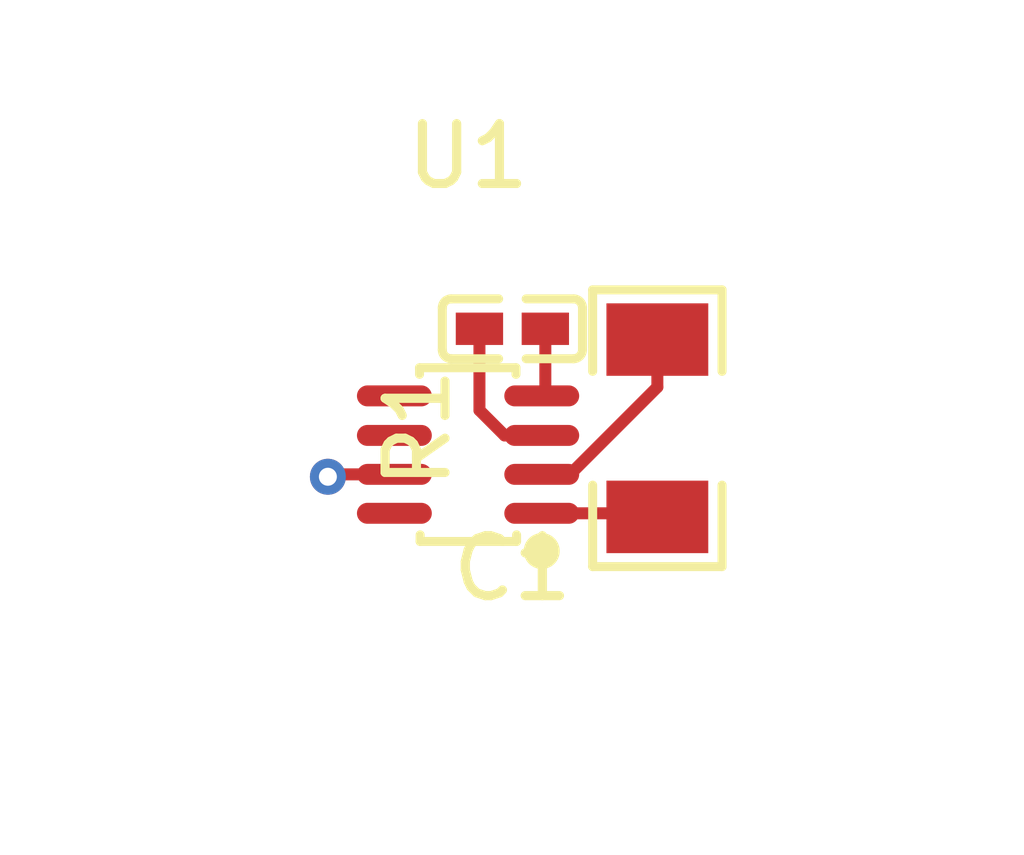
<source format=kicad_pcb>
(kicad_pcb (version 20241229) (generator "pcbnew") (generator_version "9.0")
  (layers (0 "F.Cu" signal) (2 "B.Cu" signal) (13 "F.Paste" user) (15 "B.Paste" user) (5 "F.SilkS" user "F.Silkscreen") (7 "B.SilkS" user "B.Silkscreen") (1 "F.Mask" user) (3 "B.Mask" user) (25 "Edge.Cuts" user))
  (net 0 "")
  (net 1 "gnd")
  (net 2 "SCL")
  (net 3 "IN_")
  (net 4 "VS")
  (net 5 "ALERT")
  (net 6 "SDA")
  (net 7 "INplus")
  (footprint "atopile:R1206-bdb864" (layer "F.Cu") (at 153.24 92.69 90)
    (property "Reference" "R1" (at 0 -4 90) (layer "F.SilkS"))
    (property "Value" "10kΩ ±1% 250mW")
    (fp_line (start 2.31 -1.08) (end 0.95 -1.08) (stroke (width 0.15)) (layer "F.SilkS"))
    (fp_line (start -2.31 -1.08) (end -0.95 -1.08) (stroke (width 0.15)) (layer "F.SilkS"))
    (fp_line (start 2.31 1.08) (end 2.31 -1.08) (stroke (width 0.15)) (layer "F.SilkS"))
    (fp_line (start 0.95 1.08) (end 2.31 1.08) (stroke (width 0.15)) (layer "F.SilkS"))
    (fp_line (start -0.95 1.08) (end -2.31 1.08) (stroke (width 0.15)) (layer "F.SilkS"))
    (fp_line (start -2.31 1.08) (end -2.31 -1.08) (stroke (width 0.15)) (layer "F.SilkS"))
    (fp_text user "${REFERENCE}" (at 0 -4 90) (layer "F.SilkS"))
    (pad "1" smd rect (at -1.48 0 90) (size 1.21 1.7) (layers "F.Cu" "F.Mask" "F.Paste") (net 7 "INplus"))
    (pad "2" smd rect (at 1.48 0 90) (size 1.21 1.7) (layers "F.Cu" "F.Mask" "F.Paste") (net 3 "IN_"))
  )
  (footprint "atopile:SOT-23-8_L2.9-W1.6-P0.65-LS2.8-BR-f3715a" (layer "F.Cu") (at 150.08 93.13)
    (property "Reference" "U1" (at 0 -4.98 0) (layer "F.SilkS"))
    (property "Value" "")
    (fp_line (start -0.81 -1.45) (end 0.8 -1.45) (stroke (width 0.15)) (layer "F.SilkS"))
    (fp_line (start -0.81 -1.34) (end -0.81 -1.45) (stroke (width 0.15)) (layer "F.SilkS"))
    (fp_line (start -0.8 1.45) (end -0.8 1.34) (stroke (width 0.15)) (layer "F.SilkS"))
    (fp_line (start 0.8 -1.45) (end 0.8 -1.34) (stroke (width 0.15)) (layer "F.SilkS"))
    (fp_line (start 0.81 1.34) (end 0.81 1.45) (stroke (width 0.15)) (layer "F.SilkS"))
    (fp_line (start 0.81 1.45) (end -0.8 1.45) (stroke (width 0.15)) (layer "F.SilkS"))
    (fp_circle (center 1.23 1.61) (end 1.38 1.61) (stroke (width 0.3)) (fill no) (layer "F.SilkS"))
    (fp_text user "${REFERENCE}" (at 0 -4.98 0) (layer "F.SilkS"))
    (pad "1" smd oval (at 1.23 0.98) (size 1.25 0.35) (layers "F.Cu" "F.Mask" "F.Paste") (net 7 "INplus"))
    (pad "2" smd oval (at 1.23 0.33) (size 1.25 0.35) (layers "F.Cu" "F.Mask" "F.Paste") (net 3 "IN_"))
    (pad "3" smd oval (at 1.23 -0.32) (size 1.25 0.35) (layers "F.Cu" "F.Mask" "F.Paste") (net 1 "gnd"))
    (pad "4" smd oval (at 1.23 -0.98) (size 1.25 0.35) (layers "F.Cu" "F.Mask" "F.Paste") (net 4 "VS"))
    (pad "5" smd oval (at -1.23 -0.98) (size 1.25 0.35) (layers "F.Cu" "F.Mask" "F.Paste") (net 2 "SCL"))
    (pad "6" smd oval (at -1.23 -0.32) (size 1.25 0.35) (layers "F.Cu" "F.Mask" "F.Paste") (net 6 "SDA"))
    (pad "7" smd oval (at -1.23 0.33) (size 1.25 0.35) (layers "F.Cu" "F.Mask" "F.Paste") (net 1 "gnd"))
    (pad "8" smd oval (at -1.23 0.98) (size 1.25 0.35) (layers "F.Cu" "F.Mask" "F.Paste") (net 5 "ALERT"))
  )
  (footprint "atopile:C0402-b3ef17" (layer "F.Cu") (at 150.82 91.03 180)
    (property "Reference" "C1" (at 0 -4 0) (layer "F.SilkS"))
    (property "Value" "100nF ±10% 16V X7R")
    (fp_line (start 1.17 0.35) (end 1.17 -0.35) (stroke (width 0.15)) (layer "F.SilkS"))
    (fp_line (start 1.02 -0.5) (end 0.23 -0.5) (stroke (width 0.15)) (layer "F.SilkS"))
    (fp_line (start 0.23 0.5) (end 1.02 0.5) (stroke (width 0.15)) (layer "F.SilkS"))
    (fp_line (start -0.23 0.5) (end -1.02 0.5) (stroke (width 0.15)) (layer "F.SilkS"))
    (fp_line (start -1.02 -0.5) (end -0.23 -0.5) (stroke (width 0.15)) (layer "F.SilkS"))
    (fp_line (start -1.17 0.35) (end -1.17 -0.35) (stroke (width 0.15)) (layer "F.SilkS"))
    (fp_arc (start 1.17 0.35) (mid 1.126066 0.456066) (end 1.02 0.5) (stroke (width 0.15)) (layer "F.SilkS"))
    (fp_arc (start 1.02 -0.5) (mid 1.126066 -0.456066) (end 1.17 -0.35) (stroke (width 0.15)) (layer "F.SilkS"))
    (fp_arc (start -1.02 0.5) (mid -1.126066 0.456066) (end -1.17 0.35) (stroke (width 0.15)) (layer "F.SilkS"))
    (fp_arc (start -1.17 -0.35) (mid -1.126066 -0.456066) (end -1.02 -0.5) (stroke (width 0.15)) (layer "F.SilkS"))
    (fp_text user "${REFERENCE}" (at 0 -4 0) (layer "F.SilkS"))
    (pad "1" smd rect (at -0.55 0 180) (size 0.79 0.54) (layers "F.Cu" "F.Mask" "F.Paste") (net 4 "VS"))
    (pad "2" smd rect (at 0.55 0 180) (size 0.79 0.54) (layers "F.Cu" "F.Mask" "F.Paste") (net 1 "gnd"))
  )
  (segment (start 150.69 92.81) (end 151.31 92.81) (width 0.2) (layer "F.Cu") (net 1))
  (segment (start 147.78 93.46) (end 147.74 93.5) (width 0.2) (layer "F.Cu") (net 1))
  (segment (start 150.27 91.03) (end 150.27 92.39) (width 0.2) (layer "F.Cu") (net 1))
  (segment (start 148.85 93.46) (end 147.78 93.46) (width 0.2) (layer "F.Cu") (net 1))
  (segment (start 150.27 92.39) (end 150.69 92.81) (width 0.2) (layer "F.Cu") (net 1))
  (via (at 147.74 93.5) (size 0.6) (drill 0.3) (layers "F.Cu" "B.Cu") (net 1))
  (segment (start 151.31 93.46) (end 151.783166 93.46) (width 0.2) (layer "F.Cu") (net 3))
  (segment (start 151.783166 93.46) (end 153.24 92.003166) (width 0.2) (layer "F.Cu") (net 3))
  (segment (start 153.24 92.003166) (end 153.24 91.21) (width 0.2) (layer "F.Cu") (net 3))
  (segment (start 151.37 91.03) (end 151.37 92.09) (width 0.2) (layer "F.Cu") (net 4))
  (segment (start 151.37 92.09) (end 151.31 92.15) (width 0.2) (layer "F.Cu") (net 4))
  (segment (start 153.18 94.11) (end 153.24 94.17) (width 0.2) (layer "F.Cu") (net 7))
  (segment (start 151.31 94.11) (end 153.18 94.11) (width 0.2) (layer "F.Cu") (net 7))
)
</source>
